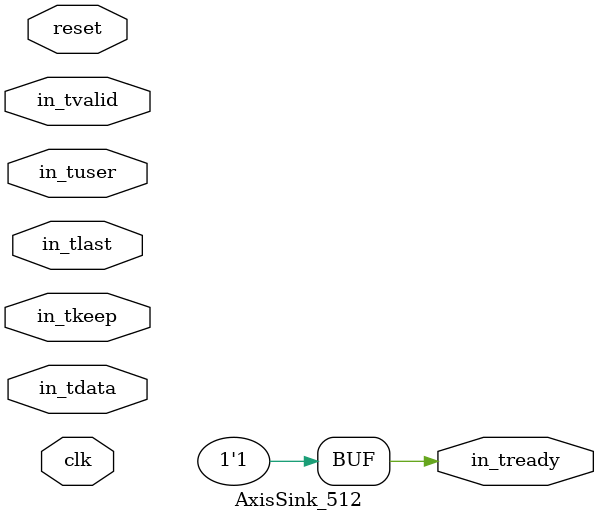
<source format=v>



module AxisSink_512 (
  input               in_tvalid,
  output              in_tready,
  input               in_tlast,
  input      [511:0]  in_tdata,
  input      [63:0]   in_tkeep,
  input      [0:0]    in_tuser,
  input               clk,
  input               reset
);
  reg        [511:0]  tdata;
  reg        [63:0]   tkeep;
  reg        [7:0]    counter;
  reg                 isFirstFlit;
  reg                 isLastFlit;
  reg                 in_payload_first;

  assign in_tready = 1'b1;
  always @ (posedge clk) begin
    if(reset) begin
      counter <= 8'h0;
      in_payload_first <= 1'b1;
    end else begin
      if((in_tvalid && in_tready))begin
        in_payload_first <= in_tlast;
      end
      if((in_tvalid && in_tready))begin
        counter <= (counter + 8'h01);
      end
    end
  end

  always @ (posedge clk) begin
    isFirstFlit <= 1'b0;
    isLastFlit <= 1'b0;
    if(in_tvalid)begin
      tdata <= in_tdata;
      tkeep <= in_tkeep;
    end
    if((in_tvalid && in_payload_first))begin
      isFirstFlit <= 1'b1;
    end else begin
      if((in_tvalid && in_tlast))begin
        isLastFlit <= 1'b1;
      end
    end
  end


endmodule

</source>
